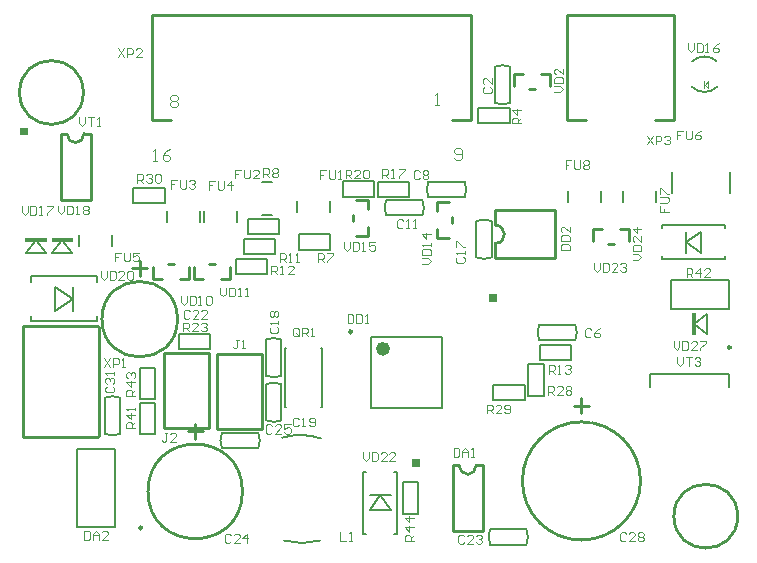
<source format=gto>
G04 Layer_Color=65535*
%FSLAX24Y24*%
%MOIN*%
G70*
G01*
G75*
%ADD10C,0.0079*%
%ADD37C,0.0098*%
%ADD43C,0.0236*%
%ADD61C,0.0100*%
%ADD62C,0.0070*%
%ADD63C,0.0071*%
%ADD64C,0.0070*%
%ADD65C,0.0039*%
%ADD66C,0.0050*%
G36*
X35970Y38217D02*
X35720D01*
Y38467D01*
X35970D01*
Y38217D01*
D02*
G37*
G36*
X42596Y37120D02*
X42486D01*
Y37840D01*
X42596D01*
Y37120D01*
D02*
G37*
G36*
X33398Y32720D02*
X33148D01*
Y32970D01*
X33398D01*
Y32720D01*
D02*
G37*
G36*
X20327Y43774D02*
X20077D01*
Y44024D01*
X20327D01*
Y43774D01*
D02*
G37*
G36*
X21846Y40229D02*
X21126D01*
Y40339D01*
X21846D01*
Y40229D01*
D02*
G37*
G36*
X20960D02*
X20240D01*
Y40339D01*
X20960D01*
Y40229D01*
D02*
G37*
D10*
X34026Y42224D02*
X34862D01*
X21969Y33327D02*
X23228D01*
X21969Y30728D02*
X23228D01*
X21969D02*
Y33327D01*
X23228Y30728D02*
Y33327D01*
X31781Y34685D02*
Y37047D01*
X34144Y34685D02*
Y37047D01*
X31781Y34685D02*
X34144D01*
X31781Y37047D02*
X34144D01*
X29301Y41211D02*
Y41565D01*
X30404Y41211D02*
Y41565D01*
X28130Y42224D02*
X28484D01*
X28130Y41122D02*
X28484D01*
X24980Y40876D02*
Y41230D01*
X26083Y40876D02*
Y41230D01*
X26220Y40876D02*
Y41230D01*
X27323Y40876D02*
Y41230D01*
X22028Y40079D02*
Y40433D01*
X23130Y40079D02*
Y40433D01*
X41821Y41850D02*
Y42559D01*
X43750Y41850D02*
Y42559D01*
X41270Y41545D02*
Y41900D01*
X40167Y41545D02*
Y41900D01*
X39449Y41545D02*
Y41900D01*
X38346Y41545D02*
Y41900D01*
X30118Y36673D02*
X30157D01*
Y34705D02*
Y36673D01*
X30118Y34705D02*
X30157D01*
X28898Y36673D02*
X28937D01*
X28898Y34705D02*
Y36673D01*
Y34705D02*
X28937D01*
X20270Y39859D02*
X20600Y40289D01*
X20930Y39859D01*
X20270D02*
X20930D01*
X21156D02*
X21486Y40289D01*
X21816Y39859D01*
X21156D02*
X21816D01*
X31516Y30472D02*
Y32559D01*
X32657Y30472D02*
Y32559D01*
X31516D02*
X31624D01*
X32549D02*
X32657D01*
X31516Y30472D02*
X31624D01*
X32549D02*
X32657D01*
X41476Y39636D02*
X43563D01*
X41476Y40778D02*
X43563D01*
X41476Y39636D02*
Y39744D01*
Y40669D02*
Y40778D01*
X43563Y39636D02*
Y39744D01*
Y40669D02*
Y40778D01*
X42536Y37480D02*
X42966Y37150D01*
X42536Y37480D02*
X42966Y37810D01*
Y37150D02*
Y37810D01*
X41083Y35807D02*
X43720D01*
Y35374D02*
Y35807D01*
X41083Y35374D02*
Y35807D01*
X22648Y38878D02*
Y39065D01*
Y37569D02*
Y37756D01*
X20443Y38878D02*
Y39065D01*
Y37569D02*
Y37756D01*
Y39065D02*
X22648D01*
X20443Y37569D02*
X22648D01*
D37*
X24144Y30689D02*
G03*
X24144Y30689I-49J0D01*
G01*
X31142Y37224D02*
G03*
X31142Y37224I-49J0D01*
G01*
X43770Y36703D02*
G03*
X43770Y36703I-49J0D01*
G01*
D43*
X32293Y36654D02*
G03*
X32293Y36654I-118J0D01*
G01*
D61*
X43996Y31073D02*
G03*
X43996Y31073I-1063J0D01*
G01*
X22185Y45197D02*
G03*
X22185Y45197I-1063J0D01*
G01*
X25325Y37640D02*
G03*
X25325Y37640I-1260J0D01*
G01*
X27490Y31900D02*
G03*
X27490Y31900I-1575J0D01*
G01*
X40758Y32248D02*
G03*
X40758Y32248I-1969J0D01*
G01*
X34717Y32750D02*
G03*
X35275Y32769I280J0D01*
G01*
X35920Y40167D02*
G03*
X35920Y40767I0J300D01*
G01*
X21646Y43803D02*
G03*
X22204Y43822I280J0D01*
G01*
X23815Y39340D02*
X24315D01*
X24065Y39090D02*
Y39590D01*
X25915Y33650D02*
Y34150D01*
X25665Y33900D02*
X26165D01*
X38539Y34748D02*
X39039D01*
X38789Y34498D02*
Y34998D01*
X35498Y30570D02*
Y32770D01*
X34498Y30570D02*
Y32770D01*
Y30570D02*
X35498D01*
X35298Y32770D02*
X35498D01*
X34498D02*
X34698D01*
X35920Y39667D02*
Y40167D01*
X37920Y39667D02*
Y41267D01*
X35920D02*
X37920D01*
X35920Y39667D02*
X37920D01*
X35920Y40767D02*
Y41267D01*
X28142Y35488D02*
Y36488D01*
X26642D02*
X28142D01*
X26642Y33988D02*
X28142D01*
X26642D02*
Y36488D01*
X28142Y33988D02*
Y35488D01*
X37742Y45423D02*
Y45823D01*
X37442D02*
X37742D01*
X36542Y45423D02*
Y45823D01*
X36842D01*
X37042Y45323D02*
X37242D01*
X25402Y38970D02*
X25702D01*
X24502D02*
Y39370D01*
Y38970D02*
X24802D01*
X25002Y39470D02*
X25202D01*
X25702Y38970D02*
Y39370D01*
X26760Y38970D02*
X27060D01*
X25860D02*
Y39370D01*
Y38970D02*
X26160D01*
X26360Y39470D02*
X26560D01*
X27060Y38970D02*
Y39370D01*
X33960Y41532D02*
X34360D01*
X33960Y41231D02*
Y41532D01*
Y40332D02*
X34360D01*
X33960D02*
Y40631D01*
X34460Y40831D02*
Y41031D01*
X31279Y40398D02*
X31679D01*
Y40698D01*
X31279Y41598D02*
X31679D01*
Y41298D02*
Y41598D01*
X31179Y40898D02*
Y41098D01*
X39160Y40646D02*
X39460D01*
X40360Y40246D02*
Y40646D01*
X40060D02*
X40360D01*
X39660Y40146D02*
X39860D01*
X39160Y40246D02*
Y40646D01*
X22427Y41624D02*
Y43824D01*
X21427Y41624D02*
Y43824D01*
Y41624D02*
X22427D01*
X22227Y43824D02*
X22427D01*
X21427D02*
X21627D01*
X20189Y33717D02*
X20191Y35858D01*
X20189Y33717D02*
X22689D01*
X20189Y37417D02*
X22689D01*
X22711Y33732D02*
Y37394D01*
X20189Y35817D02*
X20191Y37394D01*
X38317Y44291D02*
Y47794D01*
X41860Y44291D02*
Y47794D01*
X38317Y44291D02*
X38947D01*
X41230D02*
X41860D01*
X38317Y47794D02*
X41860D01*
X26370Y35498D02*
Y36498D01*
X24870D02*
X26370D01*
X24870Y33998D02*
X26370D01*
X24870D02*
Y36498D01*
X26370Y33998D02*
Y35498D01*
X24469Y47794D02*
X35098D01*
X24469Y44291D02*
X25098D01*
X34469D02*
X35098D01*
Y47794D01*
X24469Y44291D02*
Y47794D01*
D62*
X36416Y46057D02*
G03*
X35906Y46056I-255J-609D01*
G01*
Y44849D02*
G03*
X36416Y44849I256J608D01*
G01*
X37378Y37450D02*
G03*
X37379Y36939I609J-255D01*
G01*
X38586D02*
G03*
X38586Y37450I-608J256D01*
G01*
X33687Y42223D02*
G03*
X33688Y41713I609J-255D01*
G01*
X34895D02*
G03*
X34895Y42223I-608J256D01*
G01*
X32280Y41613D02*
G03*
X32280Y41103I609J-255D01*
G01*
X33487D02*
G03*
X33488Y41613I-608J256D01*
G01*
X35796Y40909D02*
G03*
X35286Y40909I-255J-609D01*
G01*
Y39702D02*
G03*
X35796Y39701I256J608D01*
G01*
X28788Y36962D02*
G03*
X28278Y36962I-255J-609D01*
G01*
Y35755D02*
G03*
X28788Y35754I256J608D01*
G01*
X28278Y34268D02*
G03*
X28788Y34269I255J609D01*
G01*
Y35475D02*
G03*
X28278Y35476I-256J-608D01*
G01*
X35745Y30639D02*
G03*
X35745Y30128I609J-255D01*
G01*
X36952D02*
G03*
X36952Y30639I-608J256D01*
G01*
X23404Y35023D02*
G03*
X22894Y35023I-255J-609D01*
G01*
Y33816D02*
G03*
X23404Y33815I256J608D01*
G01*
X28015Y33338D02*
G03*
X28015Y33848I-609J255D01*
G01*
X26808D02*
G03*
X26808Y33338I608J-256D01*
G01*
X35856Y35443D02*
X36900D01*
X35856Y34931D02*
X36900D01*
Y35443D01*
X35856Y34931D02*
Y35443D01*
X37530Y35088D02*
Y36132D01*
X37018Y35088D02*
Y36132D01*
Y35088D02*
X37530D01*
X37018Y36132D02*
X37530D01*
X35906Y44852D02*
Y46053D01*
X36416Y44853D02*
Y46053D01*
X37382Y36939D02*
X38583D01*
X37382Y37450D02*
X38582D01*
X33691Y41713D02*
X34892D01*
X33691Y42224D02*
X34891D01*
X32284Y41102D02*
X33485D01*
X32284Y41613D02*
X33484D01*
X35285Y39704D02*
Y40905D01*
X35796Y39705D02*
Y40905D01*
X28278Y35758D02*
Y36958D01*
X28788Y35758D02*
Y36958D01*
Y34272D02*
Y35473D01*
X28278Y34272D02*
Y35472D01*
X35748Y30128D02*
X36949D01*
X35748Y30639D02*
X36948D01*
X22894Y33819D02*
Y35019D01*
X23405Y33819D02*
Y35019D01*
X36398Y44163D02*
Y44675D01*
X35354Y44163D02*
Y44675D01*
X36398D01*
X35354Y44163D02*
X36398D01*
X30413Y39951D02*
Y40463D01*
X29370Y39951D02*
Y40463D01*
X30413D01*
X29370Y39951D02*
X30413D01*
X28720Y40482D02*
Y40994D01*
X27677Y40482D02*
Y40994D01*
X28720D01*
X27677Y40482D02*
X28720D01*
X28583Y39813D02*
Y40325D01*
X27539Y39813D02*
Y40325D01*
X28583D01*
X27539Y39813D02*
X28583D01*
X28307Y39134D02*
Y39646D01*
X27264Y39134D02*
Y39646D01*
X28307D01*
X27264Y39134D02*
X28307D01*
X37392Y36280D02*
Y36791D01*
X38435Y36280D02*
Y36791D01*
X37392Y36280D02*
X38435D01*
X37392Y36791D02*
X38435D01*
X33041Y41713D02*
Y42224D01*
X31998Y41713D02*
Y42224D01*
X33041D01*
X31998Y41713D02*
X33041D01*
X31870Y41722D02*
Y42234D01*
X30827Y41722D02*
Y42234D01*
X31870D01*
X30827Y41722D02*
X31870D01*
X26417Y36634D02*
Y37146D01*
X25374Y36634D02*
Y37146D01*
X26417D01*
X25374Y36634D02*
X26417D01*
X24892Y41506D02*
Y42018D01*
X23848Y41506D02*
Y42018D01*
X24892D01*
X23848Y41506D02*
X24892D01*
X24065Y33799D02*
X24577D01*
X24065Y34843D02*
X24577D01*
Y33799D02*
Y34843D01*
X24065Y33799D02*
Y34843D01*
Y36014D02*
X24577D01*
X24065Y34970D02*
X24577D01*
X24065D02*
Y36014D01*
X24577Y34970D02*
Y36014D01*
X32835Y31162D02*
Y32205D01*
X33346Y31162D02*
Y32205D01*
X32835D02*
X33346D01*
X32835Y31162D02*
X33346D01*
X26811Y33848D02*
X28011D01*
X26811Y33338D02*
X28011D01*
D63*
X30115Y33663D02*
G03*
X28815Y33692I-697J-2035D01*
G01*
X28879Y30260D02*
G03*
X30072Y30264I589J2068D01*
G01*
X43309Y46225D02*
G03*
X42474Y46225I-418J-418D01*
G01*
Y45389D02*
G03*
X43309Y45389I418J418D01*
G01*
D64*
X41786Y37975D02*
X43716D01*
X41786Y38935D02*
X43716D01*
X41786Y37975D02*
Y38935D01*
X43716Y37975D02*
Y38935D01*
D65*
X42904Y45453D02*
X43022Y45571D01*
X42904Y45453D02*
X43022Y45335D01*
Y45571D01*
X42864Y45335D02*
Y45571D01*
X25069Y45033D02*
X25134Y45098D01*
X25266D01*
X25331Y45033D01*
Y44967D01*
X25266Y44902D01*
X25331Y44836D01*
Y44770D01*
X25266Y44705D01*
X25134D01*
X25069Y44770D01*
Y44836D01*
X25134Y44902D01*
X25069Y44967D01*
Y45033D01*
X25134Y44902D02*
X25266D01*
X34557Y43018D02*
X34623Y42953D01*
X34754D01*
X34819Y43018D01*
Y43281D01*
X34754Y43346D01*
X34623D01*
X34557Y43281D01*
Y43215D01*
X34623Y43150D01*
X34819D01*
X24498Y42904D02*
X24629D01*
X24564D01*
Y43297D01*
X24498Y43232D01*
X25088Y43297D02*
X24957Y43232D01*
X24826Y43100D01*
Y42969D01*
X24892Y42904D01*
X25023D01*
X25088Y42969D01*
Y43035D01*
X25023Y43100D01*
X24826D01*
X35630Y34498D02*
Y34793D01*
X35778D01*
X35827Y34744D01*
Y34646D01*
X35778Y34596D01*
X35630D01*
X35728D02*
X35827Y34498D01*
X36122D02*
X35925D01*
X36122Y34695D01*
Y34744D01*
X36073Y34793D01*
X35974D01*
X35925Y34744D01*
X36220Y34547D02*
X36269Y34498D01*
X36368D01*
X36417Y34547D01*
Y34744D01*
X36368Y34793D01*
X36269D01*
X36220Y34744D01*
Y34695D01*
X36269Y34646D01*
X36417D01*
X37667Y35118D02*
Y35413D01*
X37815D01*
X37864Y35364D01*
Y35266D01*
X37815Y35217D01*
X37667D01*
X37766D02*
X37864Y35118D01*
X38159D02*
X37963D01*
X38159Y35315D01*
Y35364D01*
X38110Y35413D01*
X38012D01*
X37963Y35364D01*
X38258D02*
X38307Y35413D01*
X38405D01*
X38454Y35364D01*
Y35315D01*
X38405Y35266D01*
X38454Y35217D01*
Y35167D01*
X38405Y35118D01*
X38307D01*
X38258Y35167D01*
Y35217D01*
X38307Y35266D01*
X38258Y35315D01*
Y35364D01*
X38307Y35266D02*
X38405D01*
X35551Y45374D02*
X35502Y45325D01*
Y45226D01*
X35551Y45177D01*
X35748D01*
X35797Y45226D01*
Y45325D01*
X35748Y45374D01*
X35797Y45669D02*
Y45472D01*
X35600Y45669D01*
X35551D01*
X35502Y45620D01*
Y45522D01*
X35551Y45472D01*
X39114Y37283D02*
X39065Y37333D01*
X38967D01*
X38917Y37283D01*
Y37087D01*
X38967Y37037D01*
X39065D01*
X39114Y37087D01*
X39409Y37333D02*
X39311Y37283D01*
X39213Y37185D01*
Y37087D01*
X39262Y37037D01*
X39360D01*
X39409Y37087D01*
Y37136D01*
X39360Y37185D01*
X39213D01*
X33396Y42559D02*
X33346Y42608D01*
X33248D01*
X33199Y42559D01*
Y42362D01*
X33248Y42313D01*
X33346D01*
X33396Y42362D01*
X33494Y42559D02*
X33543Y42608D01*
X33642D01*
X33691Y42559D01*
Y42510D01*
X33642Y42461D01*
X33691Y42411D01*
Y42362D01*
X33642Y42313D01*
X33543D01*
X33494Y42362D01*
Y42411D01*
X33543Y42461D01*
X33494Y42510D01*
Y42559D01*
X33543Y42461D02*
X33642D01*
X32844Y40915D02*
X32795Y40964D01*
X32697D01*
X32648Y40915D01*
Y40718D01*
X32697Y40669D01*
X32795D01*
X32844Y40718D01*
X32943Y40669D02*
X33041D01*
X32992D01*
Y40964D01*
X32943Y40915D01*
X33189Y40669D02*
X33287D01*
X33238D01*
Y40964D01*
X33189Y40915D01*
X34656Y39715D02*
X34606Y39665D01*
Y39567D01*
X34656Y39518D01*
X34852D01*
X34902Y39567D01*
Y39665D01*
X34852Y39715D01*
X34902Y39813D02*
Y39911D01*
Y39862D01*
X34606D01*
X34656Y39813D01*
X34606Y40059D02*
Y40256D01*
X34656D01*
X34852Y40059D01*
X34902D01*
X28445Y37382D02*
X28396Y37333D01*
Y37234D01*
X28445Y37185D01*
X28642D01*
X28691Y37234D01*
Y37333D01*
X28642Y37382D01*
X28691Y37480D02*
Y37579D01*
Y37529D01*
X28396D01*
X28445Y37480D01*
Y37726D02*
X28396Y37775D01*
Y37874D01*
X28445Y37923D01*
X28494D01*
X28543Y37874D01*
X28593Y37923D01*
X28642D01*
X28691Y37874D01*
Y37775D01*
X28642Y37726D01*
X28593D01*
X28543Y37775D01*
X28494Y37726D01*
X28445D01*
X28543Y37775D02*
Y37874D01*
X29370Y34311D02*
X29321Y34360D01*
X29222D01*
X29173Y34311D01*
Y34114D01*
X29222Y34065D01*
X29321D01*
X29370Y34114D01*
X29468Y34065D02*
X29567D01*
X29518D01*
Y34360D01*
X29468Y34311D01*
X29714Y34114D02*
X29764Y34065D01*
X29862D01*
X29911Y34114D01*
Y34311D01*
X29862Y34360D01*
X29764D01*
X29714Y34311D01*
Y34262D01*
X29764Y34213D01*
X29911D01*
X25728Y37903D02*
X25679Y37953D01*
X25581D01*
X25531Y37903D01*
Y37707D01*
X25581Y37657D01*
X25679D01*
X25728Y37707D01*
X26023Y37657D02*
X25827D01*
X26023Y37854D01*
Y37903D01*
X25974Y37953D01*
X25876D01*
X25827Y37903D01*
X26319Y37657D02*
X26122D01*
X26319Y37854D01*
Y37903D01*
X26269Y37953D01*
X26171D01*
X26122Y37903D01*
X34882Y30403D02*
X34833Y30453D01*
X34734D01*
X34685Y30403D01*
Y30207D01*
X34734Y30157D01*
X34833D01*
X34882Y30207D01*
X35177Y30157D02*
X34980D01*
X35177Y30354D01*
Y30403D01*
X35128Y30453D01*
X35029D01*
X34980Y30403D01*
X35275D02*
X35325Y30453D01*
X35423D01*
X35472Y30403D01*
Y30354D01*
X35423Y30305D01*
X35374D01*
X35423D01*
X35472Y30256D01*
Y30207D01*
X35423Y30157D01*
X35325D01*
X35275Y30207D01*
X27096Y30433D02*
X27047Y30482D01*
X26949D01*
X26900Y30433D01*
Y30236D01*
X26949Y30187D01*
X27047D01*
X27096Y30236D01*
X27392Y30187D02*
X27195D01*
X27392Y30384D01*
Y30433D01*
X27342Y30482D01*
X27244D01*
X27195Y30433D01*
X27638Y30187D02*
Y30482D01*
X27490Y30335D01*
X27687D01*
X40276Y30492D02*
X40226Y30541D01*
X40128D01*
X40079Y30492D01*
Y30295D01*
X40128Y30246D01*
X40226D01*
X40276Y30295D01*
X40571Y30246D02*
X40374D01*
X40571Y30443D01*
Y30492D01*
X40522Y30541D01*
X40423D01*
X40374Y30492D01*
X40669D02*
X40718Y30541D01*
X40817D01*
X40866Y30492D01*
Y30443D01*
X40817Y30394D01*
X40866Y30344D01*
Y30295D01*
X40817Y30246D01*
X40718D01*
X40669Y30295D01*
Y30344D01*
X40718Y30394D01*
X40669Y30443D01*
Y30492D01*
X40718Y30394D02*
X40817D01*
X22963Y35394D02*
X22913Y35344D01*
Y35246D01*
X22963Y35197D01*
X23159D01*
X23209Y35246D01*
Y35344D01*
X23159Y35394D01*
X22963Y35492D02*
X22913Y35541D01*
Y35640D01*
X22963Y35689D01*
X23012D01*
X23061Y35640D01*
Y35590D01*
Y35640D01*
X23110Y35689D01*
X23159D01*
X23209Y35640D01*
Y35541D01*
X23159Y35492D01*
X23209Y35787D02*
Y35886D01*
Y35836D01*
X22913D01*
X22963Y35787D01*
X34528Y33346D02*
Y33051D01*
X34675D01*
X34724Y33100D01*
Y33297D01*
X34675Y33346D01*
X34528D01*
X34823Y33051D02*
Y33248D01*
X34921Y33346D01*
X35020Y33248D01*
Y33051D01*
Y33199D01*
X34823D01*
X35118Y33051D02*
X35216D01*
X35167D01*
Y33346D01*
X35118Y33297D01*
X22215Y30590D02*
Y30295D01*
X22362D01*
X22411Y30344D01*
Y30541D01*
X22362Y30590D01*
X22215D01*
X22510Y30295D02*
Y30492D01*
X22608Y30590D01*
X22707Y30492D01*
Y30295D01*
Y30443D01*
X22510D01*
X23002Y30295D02*
X22805D01*
X23002Y30492D01*
Y30541D01*
X22953Y30590D01*
X22854D01*
X22805Y30541D01*
X30994Y37805D02*
Y37510D01*
X31142D01*
X31191Y37559D01*
Y37756D01*
X31142Y37805D01*
X30994D01*
X31289D02*
Y37510D01*
X31437D01*
X31486Y37559D01*
Y37756D01*
X31437Y37805D01*
X31289D01*
X31584Y37510D02*
X31683D01*
X31634D01*
Y37805D01*
X31584Y37756D01*
X38100Y39941D02*
X38396D01*
Y40089D01*
X38346Y40138D01*
X38150D01*
X38100Y40089D01*
Y39941D01*
Y40236D02*
X38396D01*
Y40384D01*
X38346Y40433D01*
X38150D01*
X38100Y40384D01*
Y40236D01*
X38396Y40728D02*
Y40531D01*
X38199Y40728D01*
X38150D01*
X38100Y40679D01*
Y40581D01*
X38150Y40531D01*
X30285Y42608D02*
X30089D01*
Y42461D01*
X30187D01*
X30089D01*
Y42313D01*
X30384Y42608D02*
Y42362D01*
X30433Y42313D01*
X30531D01*
X30581Y42362D01*
Y42608D01*
X30679Y42313D02*
X30777D01*
X30728D01*
Y42608D01*
X30679Y42559D01*
X27441Y42628D02*
X27244D01*
Y42480D01*
X27342D01*
X27244D01*
Y42333D01*
X27539Y42628D02*
Y42382D01*
X27588Y42333D01*
X27687D01*
X27736Y42382D01*
Y42628D01*
X28031Y42333D02*
X27834D01*
X28031Y42529D01*
Y42579D01*
X27982Y42628D01*
X27884D01*
X27834Y42579D01*
X25315Y42283D02*
X25118D01*
Y42136D01*
X25217D01*
X25118D01*
Y41988D01*
X25413Y42283D02*
Y42037D01*
X25462Y41988D01*
X25561D01*
X25610Y42037D01*
Y42283D01*
X25708Y42234D02*
X25758Y42283D01*
X25856D01*
X25905Y42234D01*
Y42185D01*
X25856Y42136D01*
X25807D01*
X25856D01*
X25905Y42087D01*
Y42037D01*
X25856Y41988D01*
X25758D01*
X25708Y42037D01*
X26575Y42244D02*
X26378D01*
Y42096D01*
X26476D01*
X26378D01*
Y41949D01*
X26673Y42244D02*
Y41998D01*
X26722Y41949D01*
X26821D01*
X26870Y41998D01*
Y42244D01*
X27116Y41949D02*
Y42244D01*
X26968Y42096D01*
X27165D01*
X23445Y39862D02*
X23248D01*
Y39715D01*
X23346D01*
X23248D01*
Y39567D01*
X23543Y39862D02*
Y39616D01*
X23592Y39567D01*
X23691D01*
X23740Y39616D01*
Y39862D01*
X24035D02*
X23838D01*
Y39715D01*
X23937Y39764D01*
X23986D01*
X24035Y39715D01*
Y39616D01*
X23986Y39567D01*
X23888D01*
X23838Y39616D01*
X42175Y43927D02*
X41978D01*
Y43779D01*
X42077D01*
X41978D01*
Y43632D01*
X42274Y43927D02*
Y43681D01*
X42323Y43632D01*
X42421D01*
X42470Y43681D01*
Y43927D01*
X42765D02*
X42667Y43878D01*
X42569Y43779D01*
Y43681D01*
X42618Y43632D01*
X42716D01*
X42765Y43681D01*
Y43730D01*
X42716Y43779D01*
X42569D01*
X41398Y41417D02*
Y41220D01*
X41545D01*
Y41319D01*
Y41220D01*
X41693D01*
X41398Y41516D02*
X41644D01*
X41693Y41565D01*
Y41663D01*
X41644Y41712D01*
X41398D01*
Y41811D02*
Y42008D01*
X41447D01*
X41644Y41811D01*
X41693D01*
X38455Y42933D02*
X38258D01*
Y42785D01*
X38356D01*
X38258D01*
Y42638D01*
X38553Y42933D02*
Y42687D01*
X38602Y42638D01*
X38701D01*
X38750Y42687D01*
Y42933D01*
X38848Y42884D02*
X38897Y42933D01*
X38996D01*
X39045Y42884D01*
Y42835D01*
X38996Y42785D01*
X39045Y42736D01*
Y42687D01*
X38996Y42638D01*
X38897D01*
X38848Y42687D01*
Y42736D01*
X38897Y42785D01*
X38848Y42835D01*
Y42884D01*
X38897Y42785D02*
X38996D01*
X27365Y36959D02*
X27266D01*
X27316D01*
Y36713D01*
X27266Y36663D01*
X27217D01*
X27168Y36713D01*
X27463Y36663D02*
X27562D01*
X27512D01*
Y36959D01*
X27463Y36909D01*
X30748Y30551D02*
Y30256D01*
X30945D01*
X31043D02*
X31142D01*
X31092D01*
Y30551D01*
X31043Y30502D01*
X29370Y37116D02*
Y37313D01*
X29321Y37362D01*
X29222D01*
X29173Y37313D01*
Y37116D01*
X29222Y37067D01*
X29321D01*
X29272Y37165D02*
X29370Y37067D01*
X29321D02*
X29370Y37116D01*
X29468Y37067D02*
Y37362D01*
X29616D01*
X29665Y37313D01*
Y37215D01*
X29616Y37165D01*
X29468D01*
X29567D02*
X29665Y37067D01*
X29764D02*
X29862D01*
X29813D01*
Y37362D01*
X29764Y37313D01*
X36781Y44163D02*
X36486D01*
Y44311D01*
X36536Y44360D01*
X36634D01*
X36683Y44311D01*
Y44163D01*
Y44262D02*
X36781Y44360D01*
Y44606D02*
X36486D01*
X36634Y44459D01*
Y44655D01*
X30000Y39537D02*
Y39833D01*
X30148D01*
X30197Y39783D01*
Y39685D01*
X30148Y39636D01*
X30000D01*
X30098D02*
X30197Y39537D01*
X30295Y39833D02*
X30492D01*
Y39783D01*
X30295Y39587D01*
Y39537D01*
X28189Y42372D02*
Y42667D01*
X28337D01*
X28386Y42618D01*
Y42520D01*
X28337Y42470D01*
X28189D01*
X28287D02*
X28386Y42372D01*
X28484Y42618D02*
X28533Y42667D01*
X28632D01*
X28681Y42618D01*
Y42569D01*
X28632Y42520D01*
X28681Y42470D01*
Y42421D01*
X28632Y42372D01*
X28533D01*
X28484Y42421D01*
Y42470D01*
X28533Y42520D01*
X28484Y42569D01*
Y42618D01*
X28533Y42520D02*
X28632D01*
X28730Y39547D02*
Y39842D01*
X28878D01*
X28927Y39793D01*
Y39695D01*
X28878Y39646D01*
X28730D01*
X28829D02*
X28927Y39547D01*
X29025D02*
X29124D01*
X29075D01*
Y39842D01*
X29025Y39793D01*
X29271Y39547D02*
X29370D01*
X29321D01*
Y39842D01*
X29271Y39793D01*
X28455Y39134D02*
Y39429D01*
X28602D01*
X28652Y39380D01*
Y39281D01*
X28602Y39232D01*
X28455D01*
X28553D02*
X28652Y39134D01*
X28750D02*
X28848D01*
X28799D01*
Y39429D01*
X28750Y39380D01*
X29193Y39134D02*
X28996D01*
X29193Y39331D01*
Y39380D01*
X29143Y39429D01*
X29045D01*
X28996Y39380D01*
X37697Y35817D02*
Y36112D01*
X37844D01*
X37894Y36063D01*
Y35965D01*
X37844Y35915D01*
X37697D01*
X37795D02*
X37894Y35817D01*
X37992D02*
X38090D01*
X38041D01*
Y36112D01*
X37992Y36063D01*
X38238D02*
X38287Y36112D01*
X38386D01*
X38435Y36063D01*
Y36014D01*
X38386Y35965D01*
X38336D01*
X38386D01*
X38435Y35915D01*
Y35866D01*
X38386Y35817D01*
X38287D01*
X38238Y35866D01*
X32156Y42362D02*
Y42657D01*
X32303D01*
X32352Y42608D01*
Y42510D01*
X32303Y42461D01*
X32156D01*
X32254D02*
X32352Y42362D01*
X32451D02*
X32549D01*
X32500D01*
Y42657D01*
X32451Y42608D01*
X32697Y42657D02*
X32893D01*
Y42608D01*
X32697Y42411D01*
Y42362D01*
X30925Y42333D02*
Y42628D01*
X31073D01*
X31122Y42579D01*
Y42480D01*
X31073Y42431D01*
X30925D01*
X31024D02*
X31122Y42333D01*
X31417D02*
X31220D01*
X31417Y42529D01*
Y42579D01*
X31368Y42628D01*
X31270D01*
X31220Y42579D01*
X31516D02*
X31565Y42628D01*
X31663D01*
X31712Y42579D01*
Y42382D01*
X31663Y42333D01*
X31565D01*
X31516Y42382D01*
Y42579D01*
X25512Y37234D02*
Y37529D01*
X25659D01*
X25709Y37480D01*
Y37382D01*
X25659Y37333D01*
X25512D01*
X25610D02*
X25709Y37234D01*
X26004D02*
X25807D01*
X26004Y37431D01*
Y37480D01*
X25955Y37529D01*
X25856D01*
X25807Y37480D01*
X26102D02*
X26151Y37529D01*
X26250D01*
X26299Y37480D01*
Y37431D01*
X26250Y37382D01*
X26201D01*
X26250D01*
X26299Y37333D01*
Y37283D01*
X26250Y37234D01*
X26151D01*
X26102Y37283D01*
X23986Y42185D02*
Y42480D01*
X24134D01*
X24183Y42431D01*
Y42333D01*
X24134Y42283D01*
X23986D01*
X24085D02*
X24183Y42185D01*
X24281Y42431D02*
X24331Y42480D01*
X24429D01*
X24478Y42431D01*
Y42382D01*
X24429Y42333D01*
X24380D01*
X24429D01*
X24478Y42283D01*
Y42234D01*
X24429Y42185D01*
X24331D01*
X24281Y42234D01*
X24577Y42431D02*
X24626Y42480D01*
X24724D01*
X24773Y42431D01*
Y42234D01*
X24724Y42185D01*
X24626D01*
X24577Y42234D01*
Y42431D01*
X23907Y34006D02*
X23612D01*
Y34153D01*
X23661Y34203D01*
X23760D01*
X23809Y34153D01*
Y34006D01*
Y34104D02*
X23907Y34203D01*
Y34449D02*
X23612D01*
X23760Y34301D01*
Y34498D01*
X23907Y34596D02*
Y34695D01*
Y34645D01*
X23612D01*
X23661Y34596D01*
X42293Y39035D02*
Y39331D01*
X42441D01*
X42490Y39281D01*
Y39183D01*
X42441Y39134D01*
X42293D01*
X42392D02*
X42490Y39035D01*
X42736D02*
Y39331D01*
X42588Y39183D01*
X42785D01*
X43080Y39035D02*
X42884D01*
X43080Y39232D01*
Y39281D01*
X43031Y39331D01*
X42933D01*
X42884Y39281D01*
X23917Y35089D02*
X23622D01*
Y35236D01*
X23671Y35285D01*
X23770D01*
X23819Y35236D01*
Y35089D01*
Y35187D02*
X23917Y35285D01*
Y35531D02*
X23622D01*
X23770Y35384D01*
Y35581D01*
X23671Y35679D02*
X23622Y35728D01*
Y35827D01*
X23671Y35876D01*
X23721D01*
X23770Y35827D01*
Y35777D01*
Y35827D01*
X23819Y35876D01*
X23868D01*
X23917Y35827D01*
Y35728D01*
X23868Y35679D01*
X37884Y45207D02*
X38081D01*
X38179Y45305D01*
X38081Y45403D01*
X37884D01*
Y45502D02*
X38179D01*
Y45649D01*
X38130Y45699D01*
X37933D01*
X37884Y45649D01*
Y45502D01*
X38179Y45994D02*
Y45797D01*
X37982Y45994D01*
X37933D01*
X37884Y45945D01*
Y45846D01*
X37933Y45797D01*
X25433Y38415D02*
Y38218D01*
X25531Y38120D01*
X25630Y38218D01*
Y38415D01*
X25728D02*
Y38120D01*
X25876D01*
X25925Y38169D01*
Y38366D01*
X25876Y38415D01*
X25728D01*
X26023Y38120D02*
X26122D01*
X26073D01*
Y38415D01*
X26023Y38366D01*
X26269D02*
X26319Y38415D01*
X26417D01*
X26466Y38366D01*
Y38169D01*
X26417Y38120D01*
X26319D01*
X26269Y38169D01*
Y38366D01*
X26752Y38691D02*
Y38494D01*
X26850Y38396D01*
X26949Y38494D01*
Y38691D01*
X27047D02*
Y38396D01*
X27195D01*
X27244Y38445D01*
Y38642D01*
X27195Y38691D01*
X27047D01*
X27342Y38396D02*
X27441D01*
X27392D01*
Y38691D01*
X27342Y38642D01*
X27588Y38396D02*
X27687D01*
X27638D01*
Y38691D01*
X27588Y38642D01*
X33475Y39488D02*
X33671D01*
X33770Y39587D01*
X33671Y39685D01*
X33475D01*
Y39783D02*
X33770D01*
Y39931D01*
X33720Y39980D01*
X33524D01*
X33475Y39931D01*
Y39783D01*
X33770Y40079D02*
Y40177D01*
Y40128D01*
X33475D01*
X33524Y40079D01*
X33770Y40472D02*
X33475D01*
X33622Y40325D01*
Y40521D01*
X30876Y40216D02*
Y40020D01*
X30974Y39921D01*
X31073Y40020D01*
Y40216D01*
X31171D02*
Y39921D01*
X31319D01*
X31368Y39970D01*
Y40167D01*
X31319Y40216D01*
X31171D01*
X31466Y39921D02*
X31565D01*
X31516D01*
Y40216D01*
X31466Y40167D01*
X31909Y40216D02*
X31712D01*
Y40069D01*
X31811Y40118D01*
X31860D01*
X31909Y40069D01*
Y39970D01*
X31860Y39921D01*
X31762D01*
X31712Y39970D01*
X42333Y46831D02*
Y46634D01*
X42431Y46535D01*
X42529Y46634D01*
Y46831D01*
X42628D02*
Y46535D01*
X42775D01*
X42825Y46585D01*
Y46781D01*
X42775Y46831D01*
X42628D01*
X42923Y46535D02*
X43021D01*
X42972D01*
Y46831D01*
X42923Y46781D01*
X43366Y46831D02*
X43267Y46781D01*
X43169Y46683D01*
Y46585D01*
X43218Y46535D01*
X43317D01*
X43366Y46585D01*
Y46634D01*
X43317Y46683D01*
X43169D01*
X20128Y41417D02*
Y41220D01*
X20226Y41122D01*
X20325Y41220D01*
Y41417D01*
X20423D02*
Y41122D01*
X20571D01*
X20620Y41171D01*
Y41368D01*
X20571Y41417D01*
X20423D01*
X20718Y41122D02*
X20817D01*
X20768D01*
Y41417D01*
X20718Y41368D01*
X20964Y41417D02*
X21161D01*
Y41368D01*
X20964Y41171D01*
Y41122D01*
X21339Y41427D02*
Y41230D01*
X21437Y41132D01*
X21535Y41230D01*
Y41427D01*
X21634D02*
Y41132D01*
X21781D01*
X21831Y41181D01*
Y41378D01*
X21781Y41427D01*
X21634D01*
X21929Y41132D02*
X22027D01*
X21978D01*
Y41427D01*
X21929Y41378D01*
X22175D02*
X22224Y41427D01*
X22323D01*
X22372Y41378D01*
Y41329D01*
X22323Y41279D01*
X22372Y41230D01*
Y41181D01*
X22323Y41132D01*
X22224D01*
X22175Y41181D01*
Y41230D01*
X22224Y41279D01*
X22175Y41329D01*
Y41378D01*
X22224Y41279D02*
X22323D01*
X22766Y39252D02*
Y39055D01*
X22864Y38957D01*
X22963Y39055D01*
Y39252D01*
X23061D02*
Y38957D01*
X23209D01*
X23258Y39006D01*
Y39203D01*
X23209Y39252D01*
X23061D01*
X23553Y38957D02*
X23356D01*
X23553Y39153D01*
Y39203D01*
X23504Y39252D01*
X23405D01*
X23356Y39203D01*
X23651D02*
X23700Y39252D01*
X23799D01*
X23848Y39203D01*
Y39006D01*
X23799Y38957D01*
X23700D01*
X23651Y39006D01*
Y39203D01*
X31506Y33209D02*
Y33012D01*
X31604Y32913D01*
X31703Y33012D01*
Y33209D01*
X31801D02*
Y32913D01*
X31949D01*
X31998Y32963D01*
Y33159D01*
X31949Y33209D01*
X31801D01*
X32293Y32913D02*
X32096D01*
X32293Y33110D01*
Y33159D01*
X32244Y33209D01*
X32145D01*
X32096Y33159D01*
X32588Y32913D02*
X32391D01*
X32588Y33110D01*
Y33159D01*
X32539Y33209D01*
X32441D01*
X32391Y33159D01*
X39203Y39518D02*
Y39321D01*
X39301Y39222D01*
X39400Y39321D01*
Y39518D01*
X39498D02*
Y39222D01*
X39646D01*
X39695Y39272D01*
Y39468D01*
X39646Y39518D01*
X39498D01*
X39990Y39222D02*
X39793D01*
X39990Y39419D01*
Y39468D01*
X39941Y39518D01*
X39842D01*
X39793Y39468D01*
X40088D02*
X40137Y39518D01*
X40236D01*
X40285Y39468D01*
Y39419D01*
X40236Y39370D01*
X40187D01*
X40236D01*
X40285Y39321D01*
Y39272D01*
X40236Y39222D01*
X40137D01*
X40088Y39272D01*
X40492Y39626D02*
X40689D01*
X40787Y39724D01*
X40689Y39823D01*
X40492D01*
Y39921D02*
X40787D01*
Y40069D01*
X40738Y40118D01*
X40541D01*
X40492Y40069D01*
Y39921D01*
X40787Y40413D02*
Y40216D01*
X40591Y40413D01*
X40541D01*
X40492Y40364D01*
Y40266D01*
X40541Y40216D01*
X40787Y40659D02*
X40492D01*
X40640Y40512D01*
Y40708D01*
X41860Y36909D02*
Y36713D01*
X41959Y36614D01*
X42057Y36713D01*
Y36909D01*
X42155D02*
Y36614D01*
X42303D01*
X42352Y36663D01*
Y36860D01*
X42303Y36909D01*
X42155D01*
X42647Y36614D02*
X42451D01*
X42647Y36811D01*
Y36860D01*
X42598Y36909D01*
X42500D01*
X42451Y36860D01*
X42746Y36909D02*
X42943D01*
Y36860D01*
X42746Y36663D01*
Y36614D01*
X22057Y44370D02*
Y44173D01*
X22155Y44075D01*
X22254Y44173D01*
Y44370D01*
X22352D02*
X22549D01*
X22451D01*
Y44075D01*
X22647D02*
X22746D01*
X22697D01*
Y44370D01*
X22647Y44321D01*
X22884Y36338D02*
X23081Y36043D01*
Y36338D02*
X22884Y36043D01*
X23179D02*
Y36338D01*
X23327D01*
X23376Y36289D01*
Y36191D01*
X23327Y36142D01*
X23179D01*
X23474Y36043D02*
X23573D01*
X23523D01*
Y36338D01*
X23474Y36289D01*
X40965Y43760D02*
X41161Y43465D01*
Y43760D02*
X40965Y43465D01*
X41260D02*
Y43760D01*
X41407D01*
X41457Y43711D01*
Y43612D01*
X41407Y43563D01*
X41260D01*
X41555Y43711D02*
X41604Y43760D01*
X41703D01*
X41752Y43711D01*
Y43661D01*
X41703Y43612D01*
X41653D01*
X41703D01*
X41752Y43563D01*
Y43514D01*
X41703Y43465D01*
X41604D01*
X41555Y43514D01*
X24990Y33848D02*
X24892D01*
X24941D01*
Y33602D01*
X24892Y33553D01*
X24843D01*
X24793Y33602D01*
X25285Y33553D02*
X25088D01*
X25285Y33750D01*
Y33799D01*
X25236Y33848D01*
X25138D01*
X25088Y33799D01*
X41968Y36378D02*
Y36181D01*
X42067Y36083D01*
X42165Y36181D01*
Y36378D01*
X42264D02*
X42460D01*
X42362D01*
Y36083D01*
X42559Y36329D02*
X42608Y36378D01*
X42706D01*
X42756Y36329D01*
Y36279D01*
X42706Y36230D01*
X42657D01*
X42706D01*
X42756Y36181D01*
Y36132D01*
X42706Y36083D01*
X42608D01*
X42559Y36132D01*
X23346Y46663D02*
X23543Y46368D01*
Y46663D02*
X23346Y46368D01*
X23642D02*
Y46663D01*
X23789D01*
X23838Y46614D01*
Y46516D01*
X23789Y46466D01*
X23642D01*
X24134Y46368D02*
X23937D01*
X24134Y46565D01*
Y46614D01*
X24084Y46663D01*
X23986D01*
X23937Y46614D01*
X33209Y30236D02*
X32894D01*
Y30394D01*
X32946Y30446D01*
X33051D01*
X33104Y30394D01*
Y30236D01*
Y30341D02*
X33209Y30446D01*
Y30709D02*
X32894D01*
X33051Y30551D01*
Y30761D01*
X33209Y31023D02*
X32894D01*
X33051Y30866D01*
Y31076D01*
X28468Y34091D02*
X28415Y34144D01*
X28310D01*
X28258Y34091D01*
Y33881D01*
X28310Y33829D01*
X28415D01*
X28468Y33881D01*
X28783Y33829D02*
X28573D01*
X28783Y34039D01*
Y34091D01*
X28730Y34144D01*
X28625D01*
X28573Y34091D01*
X29097Y34144D02*
X28888D01*
Y33986D01*
X28993Y34039D01*
X29045D01*
X29097Y33986D01*
Y33881D01*
X29045Y33829D01*
X28940D01*
X28888Y33881D01*
X33907Y44783D02*
X34039D01*
X33973D01*
Y45177D01*
X33907Y45111D01*
D66*
X31737Y31266D02*
X32087Y31766D01*
X32437Y31266D01*
X31737Y31766D02*
X32437D01*
X31737Y31266D02*
X32437D01*
X42270Y40207D02*
X42770Y39857D01*
X42270Y40207D02*
X42770Y40557D01*
X42270Y39857D02*
Y40557D01*
X42770Y39857D02*
Y40557D01*
X21845Y37917D02*
Y38717D01*
X21245Y37917D02*
Y38717D01*
Y37917D02*
X21845Y38317D01*
X21245Y38717D02*
X21845Y38317D01*
M02*

</source>
